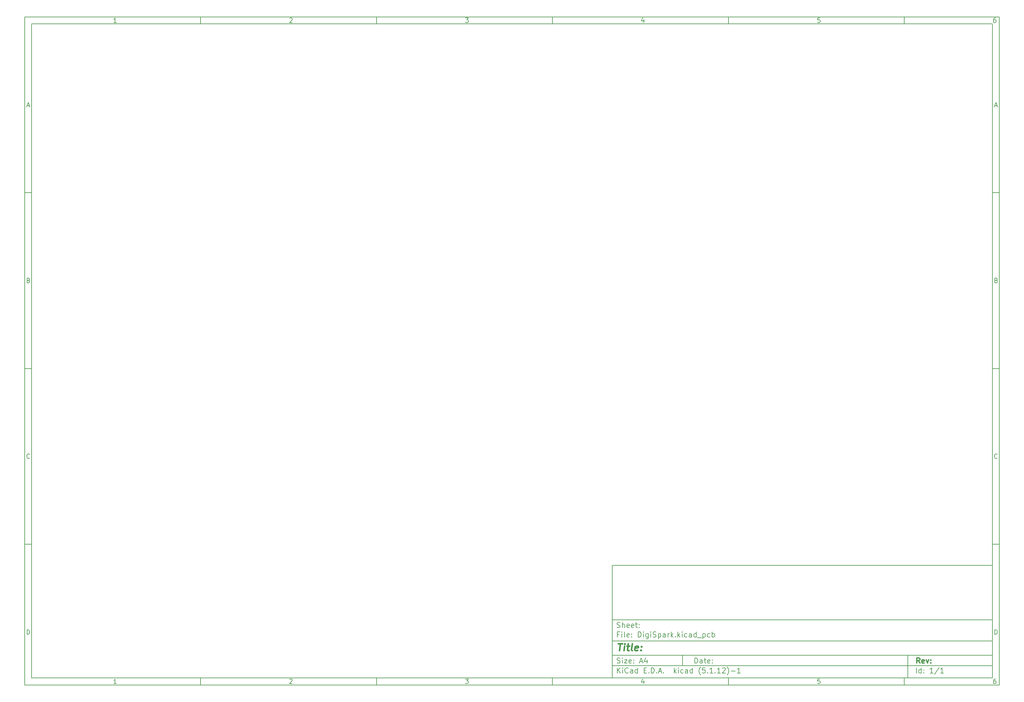
<source format=gbr>
%TF.GenerationSoftware,KiCad,Pcbnew,(5.1.12)-1*%
%TF.CreationDate,2022-07-31T01:05:36+09:00*%
%TF.ProjectId,DigiSpark,44696769-5370-4617-926b-2e6b69636164,rev?*%
%TF.SameCoordinates,Original*%
%TF.FileFunction,Paste,Bot*%
%TF.FilePolarity,Positive*%
%FSLAX46Y46*%
G04 Gerber Fmt 4.6, Leading zero omitted, Abs format (unit mm)*
G04 Created by KiCad (PCBNEW (5.1.12)-1) date 2022-07-31 01:05:36*
%MOMM*%
%LPD*%
G01*
G04 APERTURE LIST*
%ADD10C,0.100000*%
%ADD11C,0.150000*%
%ADD12C,0.300000*%
%ADD13C,0.400000*%
G04 APERTURE END LIST*
D10*
D11*
X177002200Y-166007200D02*
X177002200Y-198007200D01*
X285002200Y-198007200D01*
X285002200Y-166007200D01*
X177002200Y-166007200D01*
D10*
D11*
X10000000Y-10000000D02*
X10000000Y-200007200D01*
X287002200Y-200007200D01*
X287002200Y-10000000D01*
X10000000Y-10000000D01*
D10*
D11*
X12000000Y-12000000D02*
X12000000Y-198007200D01*
X285002200Y-198007200D01*
X285002200Y-12000000D01*
X12000000Y-12000000D01*
D10*
D11*
X60000000Y-12000000D02*
X60000000Y-10000000D01*
D10*
D11*
X110000000Y-12000000D02*
X110000000Y-10000000D01*
D10*
D11*
X160000000Y-12000000D02*
X160000000Y-10000000D01*
D10*
D11*
X210000000Y-12000000D02*
X210000000Y-10000000D01*
D10*
D11*
X260000000Y-12000000D02*
X260000000Y-10000000D01*
D10*
D11*
X36065476Y-11588095D02*
X35322619Y-11588095D01*
X35694047Y-11588095D02*
X35694047Y-10288095D01*
X35570238Y-10473809D01*
X35446428Y-10597619D01*
X35322619Y-10659523D01*
D10*
D11*
X85322619Y-10411904D02*
X85384523Y-10350000D01*
X85508333Y-10288095D01*
X85817857Y-10288095D01*
X85941666Y-10350000D01*
X86003571Y-10411904D01*
X86065476Y-10535714D01*
X86065476Y-10659523D01*
X86003571Y-10845238D01*
X85260714Y-11588095D01*
X86065476Y-11588095D01*
D10*
D11*
X135260714Y-10288095D02*
X136065476Y-10288095D01*
X135632142Y-10783333D01*
X135817857Y-10783333D01*
X135941666Y-10845238D01*
X136003571Y-10907142D01*
X136065476Y-11030952D01*
X136065476Y-11340476D01*
X136003571Y-11464285D01*
X135941666Y-11526190D01*
X135817857Y-11588095D01*
X135446428Y-11588095D01*
X135322619Y-11526190D01*
X135260714Y-11464285D01*
D10*
D11*
X185941666Y-10721428D02*
X185941666Y-11588095D01*
X185632142Y-10226190D02*
X185322619Y-11154761D01*
X186127380Y-11154761D01*
D10*
D11*
X236003571Y-10288095D02*
X235384523Y-10288095D01*
X235322619Y-10907142D01*
X235384523Y-10845238D01*
X235508333Y-10783333D01*
X235817857Y-10783333D01*
X235941666Y-10845238D01*
X236003571Y-10907142D01*
X236065476Y-11030952D01*
X236065476Y-11340476D01*
X236003571Y-11464285D01*
X235941666Y-11526190D01*
X235817857Y-11588095D01*
X235508333Y-11588095D01*
X235384523Y-11526190D01*
X235322619Y-11464285D01*
D10*
D11*
X285941666Y-10288095D02*
X285694047Y-10288095D01*
X285570238Y-10350000D01*
X285508333Y-10411904D01*
X285384523Y-10597619D01*
X285322619Y-10845238D01*
X285322619Y-11340476D01*
X285384523Y-11464285D01*
X285446428Y-11526190D01*
X285570238Y-11588095D01*
X285817857Y-11588095D01*
X285941666Y-11526190D01*
X286003571Y-11464285D01*
X286065476Y-11340476D01*
X286065476Y-11030952D01*
X286003571Y-10907142D01*
X285941666Y-10845238D01*
X285817857Y-10783333D01*
X285570238Y-10783333D01*
X285446428Y-10845238D01*
X285384523Y-10907142D01*
X285322619Y-11030952D01*
D10*
D11*
X60000000Y-198007200D02*
X60000000Y-200007200D01*
D10*
D11*
X110000000Y-198007200D02*
X110000000Y-200007200D01*
D10*
D11*
X160000000Y-198007200D02*
X160000000Y-200007200D01*
D10*
D11*
X210000000Y-198007200D02*
X210000000Y-200007200D01*
D10*
D11*
X260000000Y-198007200D02*
X260000000Y-200007200D01*
D10*
D11*
X36065476Y-199595295D02*
X35322619Y-199595295D01*
X35694047Y-199595295D02*
X35694047Y-198295295D01*
X35570238Y-198481009D01*
X35446428Y-198604819D01*
X35322619Y-198666723D01*
D10*
D11*
X85322619Y-198419104D02*
X85384523Y-198357200D01*
X85508333Y-198295295D01*
X85817857Y-198295295D01*
X85941666Y-198357200D01*
X86003571Y-198419104D01*
X86065476Y-198542914D01*
X86065476Y-198666723D01*
X86003571Y-198852438D01*
X85260714Y-199595295D01*
X86065476Y-199595295D01*
D10*
D11*
X135260714Y-198295295D02*
X136065476Y-198295295D01*
X135632142Y-198790533D01*
X135817857Y-198790533D01*
X135941666Y-198852438D01*
X136003571Y-198914342D01*
X136065476Y-199038152D01*
X136065476Y-199347676D01*
X136003571Y-199471485D01*
X135941666Y-199533390D01*
X135817857Y-199595295D01*
X135446428Y-199595295D01*
X135322619Y-199533390D01*
X135260714Y-199471485D01*
D10*
D11*
X185941666Y-198728628D02*
X185941666Y-199595295D01*
X185632142Y-198233390D02*
X185322619Y-199161961D01*
X186127380Y-199161961D01*
D10*
D11*
X236003571Y-198295295D02*
X235384523Y-198295295D01*
X235322619Y-198914342D01*
X235384523Y-198852438D01*
X235508333Y-198790533D01*
X235817857Y-198790533D01*
X235941666Y-198852438D01*
X236003571Y-198914342D01*
X236065476Y-199038152D01*
X236065476Y-199347676D01*
X236003571Y-199471485D01*
X235941666Y-199533390D01*
X235817857Y-199595295D01*
X235508333Y-199595295D01*
X235384523Y-199533390D01*
X235322619Y-199471485D01*
D10*
D11*
X285941666Y-198295295D02*
X285694047Y-198295295D01*
X285570238Y-198357200D01*
X285508333Y-198419104D01*
X285384523Y-198604819D01*
X285322619Y-198852438D01*
X285322619Y-199347676D01*
X285384523Y-199471485D01*
X285446428Y-199533390D01*
X285570238Y-199595295D01*
X285817857Y-199595295D01*
X285941666Y-199533390D01*
X286003571Y-199471485D01*
X286065476Y-199347676D01*
X286065476Y-199038152D01*
X286003571Y-198914342D01*
X285941666Y-198852438D01*
X285817857Y-198790533D01*
X285570238Y-198790533D01*
X285446428Y-198852438D01*
X285384523Y-198914342D01*
X285322619Y-199038152D01*
D10*
D11*
X10000000Y-60000000D02*
X12000000Y-60000000D01*
D10*
D11*
X10000000Y-110000000D02*
X12000000Y-110000000D01*
D10*
D11*
X10000000Y-160000000D02*
X12000000Y-160000000D01*
D10*
D11*
X10690476Y-35216666D02*
X11309523Y-35216666D01*
X10566666Y-35588095D02*
X11000000Y-34288095D01*
X11433333Y-35588095D01*
D10*
D11*
X11092857Y-84907142D02*
X11278571Y-84969047D01*
X11340476Y-85030952D01*
X11402380Y-85154761D01*
X11402380Y-85340476D01*
X11340476Y-85464285D01*
X11278571Y-85526190D01*
X11154761Y-85588095D01*
X10659523Y-85588095D01*
X10659523Y-84288095D01*
X11092857Y-84288095D01*
X11216666Y-84350000D01*
X11278571Y-84411904D01*
X11340476Y-84535714D01*
X11340476Y-84659523D01*
X11278571Y-84783333D01*
X11216666Y-84845238D01*
X11092857Y-84907142D01*
X10659523Y-84907142D01*
D10*
D11*
X11402380Y-135464285D02*
X11340476Y-135526190D01*
X11154761Y-135588095D01*
X11030952Y-135588095D01*
X10845238Y-135526190D01*
X10721428Y-135402380D01*
X10659523Y-135278571D01*
X10597619Y-135030952D01*
X10597619Y-134845238D01*
X10659523Y-134597619D01*
X10721428Y-134473809D01*
X10845238Y-134350000D01*
X11030952Y-134288095D01*
X11154761Y-134288095D01*
X11340476Y-134350000D01*
X11402380Y-134411904D01*
D10*
D11*
X10659523Y-185588095D02*
X10659523Y-184288095D01*
X10969047Y-184288095D01*
X11154761Y-184350000D01*
X11278571Y-184473809D01*
X11340476Y-184597619D01*
X11402380Y-184845238D01*
X11402380Y-185030952D01*
X11340476Y-185278571D01*
X11278571Y-185402380D01*
X11154761Y-185526190D01*
X10969047Y-185588095D01*
X10659523Y-185588095D01*
D10*
D11*
X287002200Y-60000000D02*
X285002200Y-60000000D01*
D10*
D11*
X287002200Y-110000000D02*
X285002200Y-110000000D01*
D10*
D11*
X287002200Y-160000000D02*
X285002200Y-160000000D01*
D10*
D11*
X285692676Y-35216666D02*
X286311723Y-35216666D01*
X285568866Y-35588095D02*
X286002200Y-34288095D01*
X286435533Y-35588095D01*
D10*
D11*
X286095057Y-84907142D02*
X286280771Y-84969047D01*
X286342676Y-85030952D01*
X286404580Y-85154761D01*
X286404580Y-85340476D01*
X286342676Y-85464285D01*
X286280771Y-85526190D01*
X286156961Y-85588095D01*
X285661723Y-85588095D01*
X285661723Y-84288095D01*
X286095057Y-84288095D01*
X286218866Y-84350000D01*
X286280771Y-84411904D01*
X286342676Y-84535714D01*
X286342676Y-84659523D01*
X286280771Y-84783333D01*
X286218866Y-84845238D01*
X286095057Y-84907142D01*
X285661723Y-84907142D01*
D10*
D11*
X286404580Y-135464285D02*
X286342676Y-135526190D01*
X286156961Y-135588095D01*
X286033152Y-135588095D01*
X285847438Y-135526190D01*
X285723628Y-135402380D01*
X285661723Y-135278571D01*
X285599819Y-135030952D01*
X285599819Y-134845238D01*
X285661723Y-134597619D01*
X285723628Y-134473809D01*
X285847438Y-134350000D01*
X286033152Y-134288095D01*
X286156961Y-134288095D01*
X286342676Y-134350000D01*
X286404580Y-134411904D01*
D10*
D11*
X285661723Y-185588095D02*
X285661723Y-184288095D01*
X285971247Y-184288095D01*
X286156961Y-184350000D01*
X286280771Y-184473809D01*
X286342676Y-184597619D01*
X286404580Y-184845238D01*
X286404580Y-185030952D01*
X286342676Y-185278571D01*
X286280771Y-185402380D01*
X286156961Y-185526190D01*
X285971247Y-185588095D01*
X285661723Y-185588095D01*
D10*
D11*
X200434342Y-193785771D02*
X200434342Y-192285771D01*
X200791485Y-192285771D01*
X201005771Y-192357200D01*
X201148628Y-192500057D01*
X201220057Y-192642914D01*
X201291485Y-192928628D01*
X201291485Y-193142914D01*
X201220057Y-193428628D01*
X201148628Y-193571485D01*
X201005771Y-193714342D01*
X200791485Y-193785771D01*
X200434342Y-193785771D01*
X202577200Y-193785771D02*
X202577200Y-193000057D01*
X202505771Y-192857200D01*
X202362914Y-192785771D01*
X202077200Y-192785771D01*
X201934342Y-192857200D01*
X202577200Y-193714342D02*
X202434342Y-193785771D01*
X202077200Y-193785771D01*
X201934342Y-193714342D01*
X201862914Y-193571485D01*
X201862914Y-193428628D01*
X201934342Y-193285771D01*
X202077200Y-193214342D01*
X202434342Y-193214342D01*
X202577200Y-193142914D01*
X203077200Y-192785771D02*
X203648628Y-192785771D01*
X203291485Y-192285771D02*
X203291485Y-193571485D01*
X203362914Y-193714342D01*
X203505771Y-193785771D01*
X203648628Y-193785771D01*
X204720057Y-193714342D02*
X204577200Y-193785771D01*
X204291485Y-193785771D01*
X204148628Y-193714342D01*
X204077200Y-193571485D01*
X204077200Y-193000057D01*
X204148628Y-192857200D01*
X204291485Y-192785771D01*
X204577200Y-192785771D01*
X204720057Y-192857200D01*
X204791485Y-193000057D01*
X204791485Y-193142914D01*
X204077200Y-193285771D01*
X205434342Y-193642914D02*
X205505771Y-193714342D01*
X205434342Y-193785771D01*
X205362914Y-193714342D01*
X205434342Y-193642914D01*
X205434342Y-193785771D01*
X205434342Y-192857200D02*
X205505771Y-192928628D01*
X205434342Y-193000057D01*
X205362914Y-192928628D01*
X205434342Y-192857200D01*
X205434342Y-193000057D01*
D10*
D11*
X177002200Y-194507200D02*
X285002200Y-194507200D01*
D10*
D11*
X178434342Y-196585771D02*
X178434342Y-195085771D01*
X179291485Y-196585771D02*
X178648628Y-195728628D01*
X179291485Y-195085771D02*
X178434342Y-195942914D01*
X179934342Y-196585771D02*
X179934342Y-195585771D01*
X179934342Y-195085771D02*
X179862914Y-195157200D01*
X179934342Y-195228628D01*
X180005771Y-195157200D01*
X179934342Y-195085771D01*
X179934342Y-195228628D01*
X181505771Y-196442914D02*
X181434342Y-196514342D01*
X181220057Y-196585771D01*
X181077200Y-196585771D01*
X180862914Y-196514342D01*
X180720057Y-196371485D01*
X180648628Y-196228628D01*
X180577200Y-195942914D01*
X180577200Y-195728628D01*
X180648628Y-195442914D01*
X180720057Y-195300057D01*
X180862914Y-195157200D01*
X181077200Y-195085771D01*
X181220057Y-195085771D01*
X181434342Y-195157200D01*
X181505771Y-195228628D01*
X182791485Y-196585771D02*
X182791485Y-195800057D01*
X182720057Y-195657200D01*
X182577200Y-195585771D01*
X182291485Y-195585771D01*
X182148628Y-195657200D01*
X182791485Y-196514342D02*
X182648628Y-196585771D01*
X182291485Y-196585771D01*
X182148628Y-196514342D01*
X182077200Y-196371485D01*
X182077200Y-196228628D01*
X182148628Y-196085771D01*
X182291485Y-196014342D01*
X182648628Y-196014342D01*
X182791485Y-195942914D01*
X184148628Y-196585771D02*
X184148628Y-195085771D01*
X184148628Y-196514342D02*
X184005771Y-196585771D01*
X183720057Y-196585771D01*
X183577200Y-196514342D01*
X183505771Y-196442914D01*
X183434342Y-196300057D01*
X183434342Y-195871485D01*
X183505771Y-195728628D01*
X183577200Y-195657200D01*
X183720057Y-195585771D01*
X184005771Y-195585771D01*
X184148628Y-195657200D01*
X186005771Y-195800057D02*
X186505771Y-195800057D01*
X186720057Y-196585771D02*
X186005771Y-196585771D01*
X186005771Y-195085771D01*
X186720057Y-195085771D01*
X187362914Y-196442914D02*
X187434342Y-196514342D01*
X187362914Y-196585771D01*
X187291485Y-196514342D01*
X187362914Y-196442914D01*
X187362914Y-196585771D01*
X188077200Y-196585771D02*
X188077200Y-195085771D01*
X188434342Y-195085771D01*
X188648628Y-195157200D01*
X188791485Y-195300057D01*
X188862914Y-195442914D01*
X188934342Y-195728628D01*
X188934342Y-195942914D01*
X188862914Y-196228628D01*
X188791485Y-196371485D01*
X188648628Y-196514342D01*
X188434342Y-196585771D01*
X188077200Y-196585771D01*
X189577200Y-196442914D02*
X189648628Y-196514342D01*
X189577200Y-196585771D01*
X189505771Y-196514342D01*
X189577200Y-196442914D01*
X189577200Y-196585771D01*
X190220057Y-196157200D02*
X190934342Y-196157200D01*
X190077200Y-196585771D02*
X190577200Y-195085771D01*
X191077200Y-196585771D01*
X191577200Y-196442914D02*
X191648628Y-196514342D01*
X191577200Y-196585771D01*
X191505771Y-196514342D01*
X191577200Y-196442914D01*
X191577200Y-196585771D01*
X194577200Y-196585771D02*
X194577200Y-195085771D01*
X194720057Y-196014342D02*
X195148628Y-196585771D01*
X195148628Y-195585771D02*
X194577200Y-196157200D01*
X195791485Y-196585771D02*
X195791485Y-195585771D01*
X195791485Y-195085771D02*
X195720057Y-195157200D01*
X195791485Y-195228628D01*
X195862914Y-195157200D01*
X195791485Y-195085771D01*
X195791485Y-195228628D01*
X197148628Y-196514342D02*
X197005771Y-196585771D01*
X196720057Y-196585771D01*
X196577200Y-196514342D01*
X196505771Y-196442914D01*
X196434342Y-196300057D01*
X196434342Y-195871485D01*
X196505771Y-195728628D01*
X196577200Y-195657200D01*
X196720057Y-195585771D01*
X197005771Y-195585771D01*
X197148628Y-195657200D01*
X198434342Y-196585771D02*
X198434342Y-195800057D01*
X198362914Y-195657200D01*
X198220057Y-195585771D01*
X197934342Y-195585771D01*
X197791485Y-195657200D01*
X198434342Y-196514342D02*
X198291485Y-196585771D01*
X197934342Y-196585771D01*
X197791485Y-196514342D01*
X197720057Y-196371485D01*
X197720057Y-196228628D01*
X197791485Y-196085771D01*
X197934342Y-196014342D01*
X198291485Y-196014342D01*
X198434342Y-195942914D01*
X199791485Y-196585771D02*
X199791485Y-195085771D01*
X199791485Y-196514342D02*
X199648628Y-196585771D01*
X199362914Y-196585771D01*
X199220057Y-196514342D01*
X199148628Y-196442914D01*
X199077200Y-196300057D01*
X199077200Y-195871485D01*
X199148628Y-195728628D01*
X199220057Y-195657200D01*
X199362914Y-195585771D01*
X199648628Y-195585771D01*
X199791485Y-195657200D01*
X202077200Y-197157200D02*
X202005771Y-197085771D01*
X201862914Y-196871485D01*
X201791485Y-196728628D01*
X201720057Y-196514342D01*
X201648628Y-196157200D01*
X201648628Y-195871485D01*
X201720057Y-195514342D01*
X201791485Y-195300057D01*
X201862914Y-195157200D01*
X202005771Y-194942914D01*
X202077200Y-194871485D01*
X203362914Y-195085771D02*
X202648628Y-195085771D01*
X202577200Y-195800057D01*
X202648628Y-195728628D01*
X202791485Y-195657200D01*
X203148628Y-195657200D01*
X203291485Y-195728628D01*
X203362914Y-195800057D01*
X203434342Y-195942914D01*
X203434342Y-196300057D01*
X203362914Y-196442914D01*
X203291485Y-196514342D01*
X203148628Y-196585771D01*
X202791485Y-196585771D01*
X202648628Y-196514342D01*
X202577200Y-196442914D01*
X204077200Y-196442914D02*
X204148628Y-196514342D01*
X204077200Y-196585771D01*
X204005771Y-196514342D01*
X204077200Y-196442914D01*
X204077200Y-196585771D01*
X205577200Y-196585771D02*
X204720057Y-196585771D01*
X205148628Y-196585771D02*
X205148628Y-195085771D01*
X205005771Y-195300057D01*
X204862914Y-195442914D01*
X204720057Y-195514342D01*
X206220057Y-196442914D02*
X206291485Y-196514342D01*
X206220057Y-196585771D01*
X206148628Y-196514342D01*
X206220057Y-196442914D01*
X206220057Y-196585771D01*
X207720057Y-196585771D02*
X206862914Y-196585771D01*
X207291485Y-196585771D02*
X207291485Y-195085771D01*
X207148628Y-195300057D01*
X207005771Y-195442914D01*
X206862914Y-195514342D01*
X208291485Y-195228628D02*
X208362914Y-195157200D01*
X208505771Y-195085771D01*
X208862914Y-195085771D01*
X209005771Y-195157200D01*
X209077200Y-195228628D01*
X209148628Y-195371485D01*
X209148628Y-195514342D01*
X209077200Y-195728628D01*
X208220057Y-196585771D01*
X209148628Y-196585771D01*
X209648628Y-197157200D02*
X209720057Y-197085771D01*
X209862914Y-196871485D01*
X209934342Y-196728628D01*
X210005771Y-196514342D01*
X210077200Y-196157200D01*
X210077200Y-195871485D01*
X210005771Y-195514342D01*
X209934342Y-195300057D01*
X209862914Y-195157200D01*
X209720057Y-194942914D01*
X209648628Y-194871485D01*
X210791485Y-196014342D02*
X211934342Y-196014342D01*
X213434342Y-196585771D02*
X212577200Y-196585771D01*
X213005771Y-196585771D02*
X213005771Y-195085771D01*
X212862914Y-195300057D01*
X212720057Y-195442914D01*
X212577200Y-195514342D01*
D10*
D11*
X177002200Y-191507200D02*
X285002200Y-191507200D01*
D10*
D12*
X264411485Y-193785771D02*
X263911485Y-193071485D01*
X263554342Y-193785771D02*
X263554342Y-192285771D01*
X264125771Y-192285771D01*
X264268628Y-192357200D01*
X264340057Y-192428628D01*
X264411485Y-192571485D01*
X264411485Y-192785771D01*
X264340057Y-192928628D01*
X264268628Y-193000057D01*
X264125771Y-193071485D01*
X263554342Y-193071485D01*
X265625771Y-193714342D02*
X265482914Y-193785771D01*
X265197200Y-193785771D01*
X265054342Y-193714342D01*
X264982914Y-193571485D01*
X264982914Y-193000057D01*
X265054342Y-192857200D01*
X265197200Y-192785771D01*
X265482914Y-192785771D01*
X265625771Y-192857200D01*
X265697200Y-193000057D01*
X265697200Y-193142914D01*
X264982914Y-193285771D01*
X266197200Y-192785771D02*
X266554342Y-193785771D01*
X266911485Y-192785771D01*
X267482914Y-193642914D02*
X267554342Y-193714342D01*
X267482914Y-193785771D01*
X267411485Y-193714342D01*
X267482914Y-193642914D01*
X267482914Y-193785771D01*
X267482914Y-192857200D02*
X267554342Y-192928628D01*
X267482914Y-193000057D01*
X267411485Y-192928628D01*
X267482914Y-192857200D01*
X267482914Y-193000057D01*
D10*
D11*
X178362914Y-193714342D02*
X178577200Y-193785771D01*
X178934342Y-193785771D01*
X179077200Y-193714342D01*
X179148628Y-193642914D01*
X179220057Y-193500057D01*
X179220057Y-193357200D01*
X179148628Y-193214342D01*
X179077200Y-193142914D01*
X178934342Y-193071485D01*
X178648628Y-193000057D01*
X178505771Y-192928628D01*
X178434342Y-192857200D01*
X178362914Y-192714342D01*
X178362914Y-192571485D01*
X178434342Y-192428628D01*
X178505771Y-192357200D01*
X178648628Y-192285771D01*
X179005771Y-192285771D01*
X179220057Y-192357200D01*
X179862914Y-193785771D02*
X179862914Y-192785771D01*
X179862914Y-192285771D02*
X179791485Y-192357200D01*
X179862914Y-192428628D01*
X179934342Y-192357200D01*
X179862914Y-192285771D01*
X179862914Y-192428628D01*
X180434342Y-192785771D02*
X181220057Y-192785771D01*
X180434342Y-193785771D01*
X181220057Y-193785771D01*
X182362914Y-193714342D02*
X182220057Y-193785771D01*
X181934342Y-193785771D01*
X181791485Y-193714342D01*
X181720057Y-193571485D01*
X181720057Y-193000057D01*
X181791485Y-192857200D01*
X181934342Y-192785771D01*
X182220057Y-192785771D01*
X182362914Y-192857200D01*
X182434342Y-193000057D01*
X182434342Y-193142914D01*
X181720057Y-193285771D01*
X183077200Y-193642914D02*
X183148628Y-193714342D01*
X183077200Y-193785771D01*
X183005771Y-193714342D01*
X183077200Y-193642914D01*
X183077200Y-193785771D01*
X183077200Y-192857200D02*
X183148628Y-192928628D01*
X183077200Y-193000057D01*
X183005771Y-192928628D01*
X183077200Y-192857200D01*
X183077200Y-193000057D01*
X184862914Y-193357200D02*
X185577200Y-193357200D01*
X184720057Y-193785771D02*
X185220057Y-192285771D01*
X185720057Y-193785771D01*
X186862914Y-192785771D02*
X186862914Y-193785771D01*
X186505771Y-192214342D02*
X186148628Y-193285771D01*
X187077200Y-193285771D01*
D10*
D11*
X263434342Y-196585771D02*
X263434342Y-195085771D01*
X264791485Y-196585771D02*
X264791485Y-195085771D01*
X264791485Y-196514342D02*
X264648628Y-196585771D01*
X264362914Y-196585771D01*
X264220057Y-196514342D01*
X264148628Y-196442914D01*
X264077200Y-196300057D01*
X264077200Y-195871485D01*
X264148628Y-195728628D01*
X264220057Y-195657200D01*
X264362914Y-195585771D01*
X264648628Y-195585771D01*
X264791485Y-195657200D01*
X265505771Y-196442914D02*
X265577200Y-196514342D01*
X265505771Y-196585771D01*
X265434342Y-196514342D01*
X265505771Y-196442914D01*
X265505771Y-196585771D01*
X265505771Y-195657200D02*
X265577200Y-195728628D01*
X265505771Y-195800057D01*
X265434342Y-195728628D01*
X265505771Y-195657200D01*
X265505771Y-195800057D01*
X268148628Y-196585771D02*
X267291485Y-196585771D01*
X267720057Y-196585771D02*
X267720057Y-195085771D01*
X267577200Y-195300057D01*
X267434342Y-195442914D01*
X267291485Y-195514342D01*
X269862914Y-195014342D02*
X268577200Y-196942914D01*
X271148628Y-196585771D02*
X270291485Y-196585771D01*
X270720057Y-196585771D02*
X270720057Y-195085771D01*
X270577200Y-195300057D01*
X270434342Y-195442914D01*
X270291485Y-195514342D01*
D10*
D11*
X177002200Y-187507200D02*
X285002200Y-187507200D01*
D10*
D13*
X178714580Y-188211961D02*
X179857438Y-188211961D01*
X179036009Y-190211961D02*
X179286009Y-188211961D01*
X180274104Y-190211961D02*
X180440771Y-188878628D01*
X180524104Y-188211961D02*
X180416961Y-188307200D01*
X180500295Y-188402438D01*
X180607438Y-188307200D01*
X180524104Y-188211961D01*
X180500295Y-188402438D01*
X181107438Y-188878628D02*
X181869342Y-188878628D01*
X181476485Y-188211961D02*
X181262200Y-189926247D01*
X181333628Y-190116723D01*
X181512200Y-190211961D01*
X181702676Y-190211961D01*
X182655057Y-190211961D02*
X182476485Y-190116723D01*
X182405057Y-189926247D01*
X182619342Y-188211961D01*
X184190771Y-190116723D02*
X183988390Y-190211961D01*
X183607438Y-190211961D01*
X183428866Y-190116723D01*
X183357438Y-189926247D01*
X183452676Y-189164342D01*
X183571723Y-188973866D01*
X183774104Y-188878628D01*
X184155057Y-188878628D01*
X184333628Y-188973866D01*
X184405057Y-189164342D01*
X184381247Y-189354819D01*
X183405057Y-189545295D01*
X185155057Y-190021485D02*
X185238390Y-190116723D01*
X185131247Y-190211961D01*
X185047914Y-190116723D01*
X185155057Y-190021485D01*
X185131247Y-190211961D01*
X185286009Y-188973866D02*
X185369342Y-189069104D01*
X185262200Y-189164342D01*
X185178866Y-189069104D01*
X185286009Y-188973866D01*
X185262200Y-189164342D01*
D10*
D11*
X178934342Y-185600057D02*
X178434342Y-185600057D01*
X178434342Y-186385771D02*
X178434342Y-184885771D01*
X179148628Y-184885771D01*
X179720057Y-186385771D02*
X179720057Y-185385771D01*
X179720057Y-184885771D02*
X179648628Y-184957200D01*
X179720057Y-185028628D01*
X179791485Y-184957200D01*
X179720057Y-184885771D01*
X179720057Y-185028628D01*
X180648628Y-186385771D02*
X180505771Y-186314342D01*
X180434342Y-186171485D01*
X180434342Y-184885771D01*
X181791485Y-186314342D02*
X181648628Y-186385771D01*
X181362914Y-186385771D01*
X181220057Y-186314342D01*
X181148628Y-186171485D01*
X181148628Y-185600057D01*
X181220057Y-185457200D01*
X181362914Y-185385771D01*
X181648628Y-185385771D01*
X181791485Y-185457200D01*
X181862914Y-185600057D01*
X181862914Y-185742914D01*
X181148628Y-185885771D01*
X182505771Y-186242914D02*
X182577200Y-186314342D01*
X182505771Y-186385771D01*
X182434342Y-186314342D01*
X182505771Y-186242914D01*
X182505771Y-186385771D01*
X182505771Y-185457200D02*
X182577200Y-185528628D01*
X182505771Y-185600057D01*
X182434342Y-185528628D01*
X182505771Y-185457200D01*
X182505771Y-185600057D01*
X184362914Y-186385771D02*
X184362914Y-184885771D01*
X184720057Y-184885771D01*
X184934342Y-184957200D01*
X185077200Y-185100057D01*
X185148628Y-185242914D01*
X185220057Y-185528628D01*
X185220057Y-185742914D01*
X185148628Y-186028628D01*
X185077200Y-186171485D01*
X184934342Y-186314342D01*
X184720057Y-186385771D01*
X184362914Y-186385771D01*
X185862914Y-186385771D02*
X185862914Y-185385771D01*
X185862914Y-184885771D02*
X185791485Y-184957200D01*
X185862914Y-185028628D01*
X185934342Y-184957200D01*
X185862914Y-184885771D01*
X185862914Y-185028628D01*
X187220057Y-185385771D02*
X187220057Y-186600057D01*
X187148628Y-186742914D01*
X187077200Y-186814342D01*
X186934342Y-186885771D01*
X186720057Y-186885771D01*
X186577200Y-186814342D01*
X187220057Y-186314342D02*
X187077200Y-186385771D01*
X186791485Y-186385771D01*
X186648628Y-186314342D01*
X186577200Y-186242914D01*
X186505771Y-186100057D01*
X186505771Y-185671485D01*
X186577200Y-185528628D01*
X186648628Y-185457200D01*
X186791485Y-185385771D01*
X187077200Y-185385771D01*
X187220057Y-185457200D01*
X187934342Y-186385771D02*
X187934342Y-185385771D01*
X187934342Y-184885771D02*
X187862914Y-184957200D01*
X187934342Y-185028628D01*
X188005771Y-184957200D01*
X187934342Y-184885771D01*
X187934342Y-185028628D01*
X188577200Y-186314342D02*
X188791485Y-186385771D01*
X189148628Y-186385771D01*
X189291485Y-186314342D01*
X189362914Y-186242914D01*
X189434342Y-186100057D01*
X189434342Y-185957200D01*
X189362914Y-185814342D01*
X189291485Y-185742914D01*
X189148628Y-185671485D01*
X188862914Y-185600057D01*
X188720057Y-185528628D01*
X188648628Y-185457200D01*
X188577200Y-185314342D01*
X188577200Y-185171485D01*
X188648628Y-185028628D01*
X188720057Y-184957200D01*
X188862914Y-184885771D01*
X189220057Y-184885771D01*
X189434342Y-184957200D01*
X190077200Y-185385771D02*
X190077200Y-186885771D01*
X190077200Y-185457200D02*
X190220057Y-185385771D01*
X190505771Y-185385771D01*
X190648628Y-185457200D01*
X190720057Y-185528628D01*
X190791485Y-185671485D01*
X190791485Y-186100057D01*
X190720057Y-186242914D01*
X190648628Y-186314342D01*
X190505771Y-186385771D01*
X190220057Y-186385771D01*
X190077200Y-186314342D01*
X192077200Y-186385771D02*
X192077200Y-185600057D01*
X192005771Y-185457200D01*
X191862914Y-185385771D01*
X191577200Y-185385771D01*
X191434342Y-185457200D01*
X192077200Y-186314342D02*
X191934342Y-186385771D01*
X191577200Y-186385771D01*
X191434342Y-186314342D01*
X191362914Y-186171485D01*
X191362914Y-186028628D01*
X191434342Y-185885771D01*
X191577200Y-185814342D01*
X191934342Y-185814342D01*
X192077200Y-185742914D01*
X192791485Y-186385771D02*
X192791485Y-185385771D01*
X192791485Y-185671485D02*
X192862914Y-185528628D01*
X192934342Y-185457200D01*
X193077200Y-185385771D01*
X193220057Y-185385771D01*
X193720057Y-186385771D02*
X193720057Y-184885771D01*
X193862914Y-185814342D02*
X194291485Y-186385771D01*
X194291485Y-185385771D02*
X193720057Y-185957200D01*
X194934342Y-186242914D02*
X195005771Y-186314342D01*
X194934342Y-186385771D01*
X194862914Y-186314342D01*
X194934342Y-186242914D01*
X194934342Y-186385771D01*
X195648628Y-186385771D02*
X195648628Y-184885771D01*
X195791485Y-185814342D02*
X196220057Y-186385771D01*
X196220057Y-185385771D02*
X195648628Y-185957200D01*
X196862914Y-186385771D02*
X196862914Y-185385771D01*
X196862914Y-184885771D02*
X196791485Y-184957200D01*
X196862914Y-185028628D01*
X196934342Y-184957200D01*
X196862914Y-184885771D01*
X196862914Y-185028628D01*
X198220057Y-186314342D02*
X198077200Y-186385771D01*
X197791485Y-186385771D01*
X197648628Y-186314342D01*
X197577200Y-186242914D01*
X197505771Y-186100057D01*
X197505771Y-185671485D01*
X197577200Y-185528628D01*
X197648628Y-185457200D01*
X197791485Y-185385771D01*
X198077200Y-185385771D01*
X198220057Y-185457200D01*
X199505771Y-186385771D02*
X199505771Y-185600057D01*
X199434342Y-185457200D01*
X199291485Y-185385771D01*
X199005771Y-185385771D01*
X198862914Y-185457200D01*
X199505771Y-186314342D02*
X199362914Y-186385771D01*
X199005771Y-186385771D01*
X198862914Y-186314342D01*
X198791485Y-186171485D01*
X198791485Y-186028628D01*
X198862914Y-185885771D01*
X199005771Y-185814342D01*
X199362914Y-185814342D01*
X199505771Y-185742914D01*
X200862914Y-186385771D02*
X200862914Y-184885771D01*
X200862914Y-186314342D02*
X200720057Y-186385771D01*
X200434342Y-186385771D01*
X200291485Y-186314342D01*
X200220057Y-186242914D01*
X200148628Y-186100057D01*
X200148628Y-185671485D01*
X200220057Y-185528628D01*
X200291485Y-185457200D01*
X200434342Y-185385771D01*
X200720057Y-185385771D01*
X200862914Y-185457200D01*
X201220057Y-186528628D02*
X202362914Y-186528628D01*
X202720057Y-185385771D02*
X202720057Y-186885771D01*
X202720057Y-185457200D02*
X202862914Y-185385771D01*
X203148628Y-185385771D01*
X203291485Y-185457200D01*
X203362914Y-185528628D01*
X203434342Y-185671485D01*
X203434342Y-186100057D01*
X203362914Y-186242914D01*
X203291485Y-186314342D01*
X203148628Y-186385771D01*
X202862914Y-186385771D01*
X202720057Y-186314342D01*
X204720057Y-186314342D02*
X204577200Y-186385771D01*
X204291485Y-186385771D01*
X204148628Y-186314342D01*
X204077200Y-186242914D01*
X204005771Y-186100057D01*
X204005771Y-185671485D01*
X204077200Y-185528628D01*
X204148628Y-185457200D01*
X204291485Y-185385771D01*
X204577200Y-185385771D01*
X204720057Y-185457200D01*
X205362914Y-186385771D02*
X205362914Y-184885771D01*
X205362914Y-185457200D02*
X205505771Y-185385771D01*
X205791485Y-185385771D01*
X205934342Y-185457200D01*
X206005771Y-185528628D01*
X206077200Y-185671485D01*
X206077200Y-186100057D01*
X206005771Y-186242914D01*
X205934342Y-186314342D01*
X205791485Y-186385771D01*
X205505771Y-186385771D01*
X205362914Y-186314342D01*
D10*
D11*
X177002200Y-181507200D02*
X285002200Y-181507200D01*
D10*
D11*
X178362914Y-183614342D02*
X178577200Y-183685771D01*
X178934342Y-183685771D01*
X179077200Y-183614342D01*
X179148628Y-183542914D01*
X179220057Y-183400057D01*
X179220057Y-183257200D01*
X179148628Y-183114342D01*
X179077200Y-183042914D01*
X178934342Y-182971485D01*
X178648628Y-182900057D01*
X178505771Y-182828628D01*
X178434342Y-182757200D01*
X178362914Y-182614342D01*
X178362914Y-182471485D01*
X178434342Y-182328628D01*
X178505771Y-182257200D01*
X178648628Y-182185771D01*
X179005771Y-182185771D01*
X179220057Y-182257200D01*
X179862914Y-183685771D02*
X179862914Y-182185771D01*
X180505771Y-183685771D02*
X180505771Y-182900057D01*
X180434342Y-182757200D01*
X180291485Y-182685771D01*
X180077200Y-182685771D01*
X179934342Y-182757200D01*
X179862914Y-182828628D01*
X181791485Y-183614342D02*
X181648628Y-183685771D01*
X181362914Y-183685771D01*
X181220057Y-183614342D01*
X181148628Y-183471485D01*
X181148628Y-182900057D01*
X181220057Y-182757200D01*
X181362914Y-182685771D01*
X181648628Y-182685771D01*
X181791485Y-182757200D01*
X181862914Y-182900057D01*
X181862914Y-183042914D01*
X181148628Y-183185771D01*
X183077200Y-183614342D02*
X182934342Y-183685771D01*
X182648628Y-183685771D01*
X182505771Y-183614342D01*
X182434342Y-183471485D01*
X182434342Y-182900057D01*
X182505771Y-182757200D01*
X182648628Y-182685771D01*
X182934342Y-182685771D01*
X183077200Y-182757200D01*
X183148628Y-182900057D01*
X183148628Y-183042914D01*
X182434342Y-183185771D01*
X183577200Y-182685771D02*
X184148628Y-182685771D01*
X183791485Y-182185771D02*
X183791485Y-183471485D01*
X183862914Y-183614342D01*
X184005771Y-183685771D01*
X184148628Y-183685771D01*
X184648628Y-183542914D02*
X184720057Y-183614342D01*
X184648628Y-183685771D01*
X184577200Y-183614342D01*
X184648628Y-183542914D01*
X184648628Y-183685771D01*
X184648628Y-182757200D02*
X184720057Y-182828628D01*
X184648628Y-182900057D01*
X184577200Y-182828628D01*
X184648628Y-182757200D01*
X184648628Y-182900057D01*
D10*
D11*
X197002200Y-191507200D02*
X197002200Y-194507200D01*
D10*
D11*
X261002200Y-191507200D02*
X261002200Y-198007200D01*
M02*

</source>
